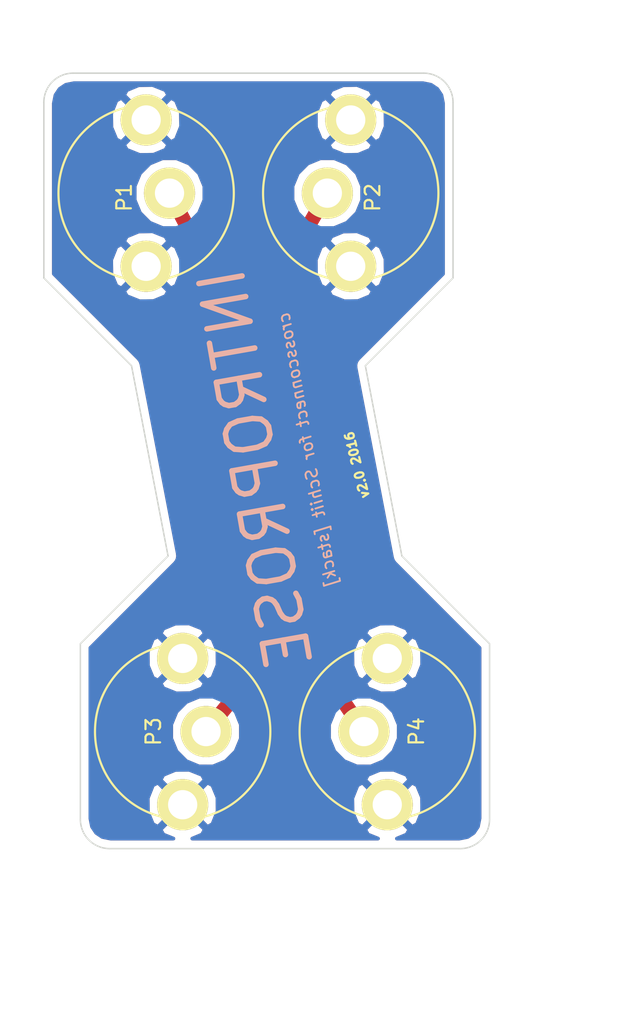
<source format=kicad_pcb>
(kicad_pcb (version 4) (host pcbnew 4.0.1-stable)

  (general
    (links 9)
    (no_connects 0)
    (area 115.449999 69.949999 146.050001 123.050001)
    (thickness 1.6)
    (drawings 20)
    (tracks 9)
    (zones 0)
    (modules 4)
    (nets 4)
  )

  (page A4)
  (layers
    (0 F.Cu signal)
    (31 B.Cu signal)
    (32 B.Adhes user)
    (33 F.Adhes user)
    (34 B.Paste user)
    (35 F.Paste user)
    (36 B.SilkS user)
    (37 F.SilkS user)
    (38 B.Mask user)
    (39 F.Mask user)
    (40 Dwgs.User user)
    (41 Cmts.User user)
    (42 Eco1.User user)
    (43 Eco2.User user)
    (44 Edge.Cuts user)
    (45 Margin user)
    (46 B.CrtYd user)
    (47 F.CrtYd user)
    (48 B.Fab user)
    (49 F.Fab user)
  )

  (setup
    (last_trace_width 1)
    (user_trace_width 0.25)
    (user_trace_width 1)
    (trace_clearance 0.2)
    (zone_clearance 0.508)
    (zone_45_only no)
    (trace_min 0.2)
    (segment_width 0.2)
    (edge_width 0.1)
    (via_size 0.6)
    (via_drill 0.4)
    (via_min_size 0.4)
    (via_min_drill 0.3)
    (uvia_size 0.3)
    (uvia_drill 0.1)
    (uvias_allowed no)
    (uvia_min_size 0.2)
    (uvia_min_drill 0.1)
    (pcb_text_width 0.3)
    (pcb_text_size 1.5 1.5)
    (mod_edge_width 0.15)
    (mod_text_size 1 1)
    (mod_text_width 0.15)
    (pad_size 1.5 1.5)
    (pad_drill 0.6)
    (pad_to_mask_clearance 0)
    (aux_axis_origin 0 0)
    (visible_elements FFFFFF7F)
    (pcbplotparams
      (layerselection 0x010f0_80000001)
      (usegerberextensions true)
      (excludeedgelayer true)
      (linewidth 0.100000)
      (plotframeref false)
      (viasonmask false)
      (mode 1)
      (useauxorigin false)
      (hpglpennumber 1)
      (hpglpenspeed 20)
      (hpglpendiameter 15)
      (hpglpenoverlay 2)
      (psnegative false)
      (psa4output false)
      (plotreference true)
      (plotvalue true)
      (plotinvisibletext false)
      (padsonsilk false)
      (subtractmaskfromsilk false)
      (outputformat 1)
      (mirror false)
      (drillshape 0)
      (scaleselection 1)
      (outputdirectory gerber/))
  )

  (net 0 "")
  (net 1 GND)
  (net 2 /A)
  (net 3 /B)

  (net_class Default "This is the default net class."
    (clearance 0.2)
    (trace_width 0.25)
    (via_dia 0.6)
    (via_drill 0.4)
    (uvia_dia 0.3)
    (uvia_drill 0.1)
    (add_net /A)
    (add_net /B)
    (add_net GND)
  )

  (net_class phat ""
    (clearance 0.2)
    (trace_width 1)
    (via_dia 0.6)
    (via_drill 0.4)
    (uvia_dia 0.3)
    (uvia_drill 0.1)
  )

  (module footprints:bnc_pcb (layer F.Cu) (tedit 56088052) (tstamp 560887C2)
    (at 139 115 90)
    (path /56086B9A)
    (fp_text reference P4 (at 0 2 90) (layer F.SilkS)
      (effects (font (size 1 1) (thickness 0.15)))
    )
    (fp_text value "" (at 0 5 90) (layer F.Fab)
      (effects (font (size 1 1) (thickness 0.15)))
    )
    (fp_circle (center 0 0) (end 6 0) (layer F.SilkS) (width 0.15))
    (pad 1 thru_hole circle (at 0 -1.6 90) (size 3.5 3.5) (drill 2) (layers *.Cu *.Mask F.SilkS)
      (net 3 /B))
    (pad 2 thru_hole circle (at -5 0 90) (size 3.5 3.5) (drill 2) (layers *.Cu *.Mask F.SilkS)
      (net 1 GND))
    (pad 2 thru_hole circle (at 5 0 90) (size 3.5 3.5) (drill 2) (layers *.Cu *.Mask F.SilkS)
      (net 1 GND))
  )

  (module footprints:bnc_pcb (layer F.Cu) (tedit 5608804A) (tstamp 560887BA)
    (at 125 115 270)
    (path /56086B74)
    (fp_text reference P3 (at 0 2 450) (layer F.SilkS)
      (effects (font (size 1 1) (thickness 0.15)))
    )
    (fp_text value "" (at 0 5 270) (layer F.Fab)
      (effects (font (size 1 1) (thickness 0.15)))
    )
    (fp_circle (center 0 0) (end 6 0) (layer F.SilkS) (width 0.15))
    (pad 1 thru_hole circle (at 0 -1.6 270) (size 3.5 3.5) (drill 2) (layers *.Cu *.Mask F.SilkS)
      (net 2 /A))
    (pad 2 thru_hole circle (at -5 0 270) (size 3.5 3.5) (drill 2) (layers *.Cu *.Mask F.SilkS)
      (net 1 GND))
    (pad 2 thru_hole circle (at 5 0 270) (size 3.5 3.5) (drill 2) (layers *.Cu *.Mask F.SilkS)
      (net 1 GND))
  )

  (module footprints:bnc_pcb (layer F.Cu) (tedit 5608803A) (tstamp 560887B2)
    (at 136.5 78.2 90)
    (path /56086B47)
    (fp_text reference P2 (at -0.3 1.5 90) (layer F.SilkS)
      (effects (font (size 1 1) (thickness 0.15)))
    )
    (fp_text value "" (at -0.8 8 90) (layer F.Fab)
      (effects (font (size 1 1) (thickness 0.15)))
    )
    (fp_circle (center 0 0) (end 6 0) (layer F.SilkS) (width 0.15))
    (pad 1 thru_hole circle (at 0 -1.6 90) (size 3.5 3.5) (drill 2) (layers *.Cu *.Mask F.SilkS)
      (net 3 /B))
    (pad 2 thru_hole circle (at -5 0 90) (size 3.5 3.5) (drill 2) (layers *.Cu *.Mask F.SilkS)
      (net 1 GND))
    (pad 2 thru_hole circle (at 5 0 90) (size 3.5 3.5) (drill 2) (layers *.Cu *.Mask F.SilkS)
      (net 1 GND))
  )

  (module bnc_pcb (layer F.Cu) (tedit 56088042) (tstamp 560887AA)
    (at 122.5 78.2 270)
    (path /56086B19)
    (fp_text reference P1 (at 0.3 1.5 270) (layer F.SilkS)
      (effects (font (size 1 1) (thickness 0.15)))
    )
    (fp_text value "" (at 0 5 270) (layer F.Fab)
      (effects (font (size 1 1) (thickness 0.15)))
    )
    (fp_circle (center 0 0) (end 6 0) (layer F.SilkS) (width 0.15))
    (pad 1 thru_hole circle (at 0 -1.6 270) (size 3.5 3.5) (drill 2) (layers *.Cu *.Mask F.SilkS)
      (net 2 /A))
    (pad 2 thru_hole circle (at -5 0 270) (size 3.5 3.5) (drill 2) (layers *.Cu *.Mask F.SilkS)
      (net 1 GND))
    (pad 2 thru_hole circle (at 5 0 270) (size 3.5 3.5) (drill 2) (layers *.Cu *.Mask F.SilkS)
      (net 1 GND))
  )

  (gr_line (start 121.5 90) (end 124 103) (angle 90) (layer Edge.Cuts) (width 0.1))
  (gr_line (start 137.5 90) (end 140 103) (angle 90) (layer Edge.Cuts) (width 0.1))
  (gr_line (start 124 103) (end 123.99 103) (angle 90) (layer Edge.Cuts) (width 0.1))
  (gr_line (start 118 109) (end 124 103) (angle 90) (layer Edge.Cuts) (width 0.1))
  (gr_text "v2.0 2016" (at 136.93 96.77 104) (layer F.SilkS)
    (effects (font (size 0.6 0.6) (thickness 0.15)))
  )
  (gr_text "crossconnect for Schiit [stack]" (at 133.54 95.71 100) (layer B.SilkS)
    (effects (font (size 0.8 0.8) (thickness 0.125) italic) (justify mirror))
  )
  (gr_text INTROPROSE (at 130 97.04 100) (layer B.SilkS)
    (effects (font (size 3 3) (thickness 0.375)) (justify mirror))
  )
  (gr_line (start 118 121) (end 118 109) (angle 90) (layer Edge.Cuts) (width 0.1))
  (gr_line (start 146 109) (end 146 121) (angle 90) (layer Edge.Cuts) (width 0.1))
  (gr_line (start 140 103) (end 146 109) (angle 90) (layer Edge.Cuts) (width 0.1))
  (gr_line (start 143.5 84) (end 137.5 90) (angle 90) (layer Edge.Cuts) (width 0.1))
  (gr_line (start 143.5 72) (end 143.5 84) (angle 90) (layer Edge.Cuts) (width 0.1))
  (gr_line (start 115.5 84) (end 121.5 90) (angle 90) (layer Edge.Cuts) (width 0.1))
  (gr_line (start 115.5 72) (end 115.5 84) (angle 90) (layer Edge.Cuts) (width 0.1))
  (gr_line (start 117.5 70) (end 141.5 70) (angle 90) (layer Edge.Cuts) (width 0.1))
  (gr_line (start 120 123) (end 144 123) (angle 90) (layer Edge.Cuts) (width 0.1))
  (gr_arc (start 144 121) (end 146 121) (angle 90) (layer Edge.Cuts) (width 0.1))
  (gr_arc (start 120 121) (end 120 123) (angle 90) (layer Edge.Cuts) (width 0.1))
  (gr_arc (start 141.5 72) (end 141.5 70) (angle 90) (layer Edge.Cuts) (width 0.1))
  (gr_arc (start 117.5 72) (end 115.5 72) (angle 90) (layer Edge.Cuts) (width 0.1))

  (segment (start 124.1 78.2) (end 125.62 81.08) (width 1) (layer F.Cu) (net 2) (tstamp 571F2B08) (status 400000))
  (segment (start 130.09 110.7) (end 126.6 115) (width 1) (layer F.Cu) (net 2) (tstamp 571F2B16) (status 800000))
  (segment (start 125.62 81.08) (end 130.09 110.7) (width 1) (layer F.Cu) (net 2) (tstamp 571F2B0A))
  (segment (start 124.1 78.2) (end 124.1 78.6) (width 1) (layer F.Cu) (net 2))
  (segment (start 134.9 78.2) (end 130.76 85.38) (width 1) (layer F.Cu) (net 3) (tstamp 571F2B49) (status 400000))
  (segment (start 130.76 85.38) (end 135.01 111.48) (width 1) (layer F.Cu) (net 3) (tstamp 571F2B4E))
  (segment (start 135.01 111.48) (end 137.4 115) (width 1) (layer F.Cu) (net 3) (tstamp 571F2B50) (status 800000))
  (segment (start 130.76 85.38) (end 135.01 111.48) (width 1) (layer F.Cu) (net 3) (tstamp 571F2B39))
  (segment (start 134.9 78.2) (end 134.9 78.6) (width 1) (layer F.Cu) (net 3))

  (zone (net 1) (net_name GND) (layer B.Cu) (tstamp 5608848C) (hatch edge 0.508)
    (connect_pads (clearance 0.508))
    (min_thickness 0.254)
    (fill yes (arc_segments 16) (thermal_gap 0.508) (thermal_bridge_width 0.508))
    (polygon
      (pts
        (xy 151 128) (xy 114 128) (xy 115 68) (xy 151 68)
      )
    )
    (filled_polygon
      (pts
        (xy 141.998094 70.797497) (xy 142.420357 71.079643) (xy 142.702503 71.501906) (xy 142.815 72.067466) (xy 142.815 83.716264)
        (xy 137.015632 89.515632) (xy 136.979349 89.569933) (xy 136.932876 89.615819) (xy 136.905823 89.679973) (xy 136.867143 89.737862)
        (xy 136.854402 89.801914) (xy 136.829026 89.862092) (xy 136.828583 89.931714) (xy 136.815 90) (xy 136.827741 90.064055)
        (xy 136.827326 90.12936) (xy 139.327326 103.12936) (xy 139.35356 103.193852) (xy 139.367143 103.262138) (xy 139.403426 103.31644)
        (xy 139.428034 103.376934) (xy 139.476951 103.426477) (xy 139.515632 103.484368) (xy 145.315 109.283736) (xy 145.315 120.932534)
        (xy 145.202503 121.498094) (xy 144.920357 121.920357) (xy 144.498094 122.202503) (xy 143.932533 122.315) (xy 139.658966 122.315)
        (xy 140.324636 122.039271) (xy 140.514923 121.694528) (xy 139 120.179605) (xy 137.485077 121.694528) (xy 137.675364 122.039271)
        (xy 138.366266 122.315) (xy 125.658966 122.315) (xy 126.324636 122.039271) (xy 126.514923 121.694528) (xy 125 120.179605)
        (xy 123.485077 121.694528) (xy 123.675364 122.039271) (xy 124.366266 122.315) (xy 120.067466 122.315) (xy 119.501906 122.202503)
        (xy 119.079643 121.920357) (xy 118.797497 121.498094) (xy 118.685 120.932533) (xy 118.685 119.556591) (xy 122.609044 119.556591)
        (xy 122.621359 120.505323) (xy 122.960729 121.324636) (xy 123.305472 121.514923) (xy 124.820395 120) (xy 125.179605 120)
        (xy 126.694528 121.514923) (xy 127.039271 121.324636) (xy 127.390956 120.443409) (xy 127.379445 119.556591) (xy 136.609044 119.556591)
        (xy 136.621359 120.505323) (xy 136.960729 121.324636) (xy 137.305472 121.514923) (xy 138.820395 120) (xy 139.179605 120)
        (xy 140.694528 121.514923) (xy 141.039271 121.324636) (xy 141.390956 120.443409) (xy 141.378641 119.494677) (xy 141.039271 118.675364)
        (xy 140.694528 118.485077) (xy 139.179605 120) (xy 138.820395 120) (xy 137.305472 118.485077) (xy 136.960729 118.675364)
        (xy 136.609044 119.556591) (xy 127.379445 119.556591) (xy 127.378641 119.494677) (xy 127.039271 118.675364) (xy 126.694528 118.485077)
        (xy 125.179605 120) (xy 124.820395 120) (xy 123.305472 118.485077) (xy 122.960729 118.675364) (xy 122.609044 119.556591)
        (xy 118.685 119.556591) (xy 118.685 118.305472) (xy 123.485077 118.305472) (xy 125 119.820395) (xy 126.514923 118.305472)
        (xy 137.485077 118.305472) (xy 139 119.820395) (xy 140.514923 118.305472) (xy 140.324636 117.960729) (xy 139.443409 117.609044)
        (xy 138.494677 117.621359) (xy 137.675364 117.960729) (xy 137.485077 118.305472) (xy 126.514923 118.305472) (xy 126.324636 117.960729)
        (xy 125.443409 117.609044) (xy 124.494677 117.621359) (xy 123.675364 117.960729) (xy 123.485077 118.305472) (xy 118.685 118.305472)
        (xy 118.685 115.472325) (xy 124.214587 115.472325) (xy 124.576916 116.349229) (xy 125.247242 117.020726) (xy 126.123513 117.384585)
        (xy 127.072325 117.385413) (xy 127.949229 117.023084) (xy 128.620726 116.352758) (xy 128.984585 115.476487) (xy 128.984588 115.472325)
        (xy 135.014587 115.472325) (xy 135.376916 116.349229) (xy 136.047242 117.020726) (xy 136.923513 117.384585) (xy 137.872325 117.385413)
        (xy 138.749229 117.023084) (xy 139.420726 116.352758) (xy 139.784585 115.476487) (xy 139.785413 114.527675) (xy 139.423084 113.650771)
        (xy 138.752758 112.979274) (xy 137.876487 112.615415) (xy 136.927675 112.614587) (xy 136.050771 112.976916) (xy 135.379274 113.647242)
        (xy 135.015415 114.523513) (xy 135.014587 115.472325) (xy 128.984588 115.472325) (xy 128.985413 114.527675) (xy 128.623084 113.650771)
        (xy 127.952758 112.979274) (xy 127.076487 112.615415) (xy 126.127675 112.614587) (xy 125.250771 112.976916) (xy 124.579274 113.647242)
        (xy 124.215415 114.523513) (xy 124.214587 115.472325) (xy 118.685 115.472325) (xy 118.685 111.694528) (xy 123.485077 111.694528)
        (xy 123.675364 112.039271) (xy 124.556591 112.390956) (xy 125.505323 112.378641) (xy 126.324636 112.039271) (xy 126.514923 111.694528)
        (xy 137.485077 111.694528) (xy 137.675364 112.039271) (xy 138.556591 112.390956) (xy 139.505323 112.378641) (xy 140.324636 112.039271)
        (xy 140.514923 111.694528) (xy 139 110.179605) (xy 137.485077 111.694528) (xy 126.514923 111.694528) (xy 125 110.179605)
        (xy 123.485077 111.694528) (xy 118.685 111.694528) (xy 118.685 109.556591) (xy 122.609044 109.556591) (xy 122.621359 110.505323)
        (xy 122.960729 111.324636) (xy 123.305472 111.514923) (xy 124.820395 110) (xy 125.179605 110) (xy 126.694528 111.514923)
        (xy 127.039271 111.324636) (xy 127.390956 110.443409) (xy 127.379445 109.556591) (xy 136.609044 109.556591) (xy 136.621359 110.505323)
        (xy 136.960729 111.324636) (xy 137.305472 111.514923) (xy 138.820395 110) (xy 139.179605 110) (xy 140.694528 111.514923)
        (xy 141.039271 111.324636) (xy 141.390956 110.443409) (xy 141.378641 109.494677) (xy 141.039271 108.675364) (xy 140.694528 108.485077)
        (xy 139.179605 110) (xy 138.820395 110) (xy 137.305472 108.485077) (xy 136.960729 108.675364) (xy 136.609044 109.556591)
        (xy 127.379445 109.556591) (xy 127.378641 109.494677) (xy 127.039271 108.675364) (xy 126.694528 108.485077) (xy 125.179605 110)
        (xy 124.820395 110) (xy 123.305472 108.485077) (xy 122.960729 108.675364) (xy 122.609044 109.556591) (xy 118.685 109.556591)
        (xy 118.685 109.283736) (xy 119.663264 108.305472) (xy 123.485077 108.305472) (xy 125 109.820395) (xy 126.514923 108.305472)
        (xy 137.485077 108.305472) (xy 139 109.820395) (xy 140.514923 108.305472) (xy 140.324636 107.960729) (xy 139.443409 107.609044)
        (xy 138.494677 107.621359) (xy 137.675364 107.960729) (xy 137.485077 108.305472) (xy 126.514923 108.305472) (xy 126.324636 107.960729)
        (xy 125.443409 107.609044) (xy 124.494677 107.621359) (xy 123.675364 107.960729) (xy 123.485077 108.305472) (xy 119.663264 108.305472)
        (xy 124.484368 103.484368) (xy 124.520651 103.430066) (xy 124.567124 103.384181) (xy 124.594177 103.320027) (xy 124.632857 103.262138)
        (xy 124.645598 103.198086) (xy 124.670974 103.137908) (xy 124.671417 103.068287) (xy 124.685 103) (xy 124.672259 102.935945)
        (xy 124.672674 102.870639) (xy 122.172674 89.87064) (xy 122.14644 89.806148) (xy 122.132857 89.737862) (xy 122.096575 89.683561)
        (xy 122.071966 89.623065) (xy 122.023048 89.573521) (xy 121.984368 89.515632) (xy 117.363264 84.894528) (xy 120.985077 84.894528)
        (xy 121.175364 85.239271) (xy 122.056591 85.590956) (xy 123.005323 85.578641) (xy 123.824636 85.239271) (xy 124.014923 84.894528)
        (xy 134.985077 84.894528) (xy 135.175364 85.239271) (xy 136.056591 85.590956) (xy 137.005323 85.578641) (xy 137.824636 85.239271)
        (xy 138.014923 84.894528) (xy 136.5 83.379605) (xy 134.985077 84.894528) (xy 124.014923 84.894528) (xy 122.5 83.379605)
        (xy 120.985077 84.894528) (xy 117.363264 84.894528) (xy 116.185 83.716264) (xy 116.185 82.756591) (xy 120.109044 82.756591)
        (xy 120.121359 83.705323) (xy 120.460729 84.524636) (xy 120.805472 84.714923) (xy 122.320395 83.2) (xy 122.679605 83.2)
        (xy 124.194528 84.714923) (xy 124.539271 84.524636) (xy 124.890956 83.643409) (xy 124.879445 82.756591) (xy 134.109044 82.756591)
        (xy 134.121359 83.705323) (xy 134.460729 84.524636) (xy 134.805472 84.714923) (xy 136.320395 83.2) (xy 136.679605 83.2)
        (xy 138.194528 84.714923) (xy 138.539271 84.524636) (xy 138.890956 83.643409) (xy 138.878641 82.694677) (xy 138.539271 81.875364)
        (xy 138.194528 81.685077) (xy 136.679605 83.2) (xy 136.320395 83.2) (xy 134.805472 81.685077) (xy 134.460729 81.875364)
        (xy 134.109044 82.756591) (xy 124.879445 82.756591) (xy 124.878641 82.694677) (xy 124.539271 81.875364) (xy 124.194528 81.685077)
        (xy 122.679605 83.2) (xy 122.320395 83.2) (xy 120.805472 81.685077) (xy 120.460729 81.875364) (xy 120.109044 82.756591)
        (xy 116.185 82.756591) (xy 116.185 81.505472) (xy 120.985077 81.505472) (xy 122.5 83.020395) (xy 124.014923 81.505472)
        (xy 134.985077 81.505472) (xy 136.5 83.020395) (xy 138.014923 81.505472) (xy 137.824636 81.160729) (xy 136.943409 80.809044)
        (xy 135.994677 80.821359) (xy 135.175364 81.160729) (xy 134.985077 81.505472) (xy 124.014923 81.505472) (xy 123.824636 81.160729)
        (xy 122.943409 80.809044) (xy 121.994677 80.821359) (xy 121.175364 81.160729) (xy 120.985077 81.505472) (xy 116.185 81.505472)
        (xy 116.185 78.672325) (xy 121.714587 78.672325) (xy 122.076916 79.549229) (xy 122.747242 80.220726) (xy 123.623513 80.584585)
        (xy 124.572325 80.585413) (xy 125.449229 80.223084) (xy 126.120726 79.552758) (xy 126.484585 78.676487) (xy 126.484588 78.672325)
        (xy 132.514587 78.672325) (xy 132.876916 79.549229) (xy 133.547242 80.220726) (xy 134.423513 80.584585) (xy 135.372325 80.585413)
        (xy 136.249229 80.223084) (xy 136.920726 79.552758) (xy 137.284585 78.676487) (xy 137.285413 77.727675) (xy 136.923084 76.850771)
        (xy 136.252758 76.179274) (xy 135.376487 75.815415) (xy 134.427675 75.814587) (xy 133.550771 76.176916) (xy 132.879274 76.847242)
        (xy 132.515415 77.723513) (xy 132.514587 78.672325) (xy 126.484588 78.672325) (xy 126.485413 77.727675) (xy 126.123084 76.850771)
        (xy 125.452758 76.179274) (xy 124.576487 75.815415) (xy 123.627675 75.814587) (xy 122.750771 76.176916) (xy 122.079274 76.847242)
        (xy 121.715415 77.723513) (xy 121.714587 78.672325) (xy 116.185 78.672325) (xy 116.185 74.894528) (xy 120.985077 74.894528)
        (xy 121.175364 75.239271) (xy 122.056591 75.590956) (xy 123.005323 75.578641) (xy 123.824636 75.239271) (xy 124.014923 74.894528)
        (xy 134.985077 74.894528) (xy 135.175364 75.239271) (xy 136.056591 75.590956) (xy 137.005323 75.578641) (xy 137.824636 75.239271)
        (xy 138.014923 74.894528) (xy 136.5 73.379605) (xy 134.985077 74.894528) (xy 124.014923 74.894528) (xy 122.5 73.379605)
        (xy 120.985077 74.894528) (xy 116.185 74.894528) (xy 116.185 72.756591) (xy 120.109044 72.756591) (xy 120.121359 73.705323)
        (xy 120.460729 74.524636) (xy 120.805472 74.714923) (xy 122.320395 73.2) (xy 122.679605 73.2) (xy 124.194528 74.714923)
        (xy 124.539271 74.524636) (xy 124.890956 73.643409) (xy 124.879445 72.756591) (xy 134.109044 72.756591) (xy 134.121359 73.705323)
        (xy 134.460729 74.524636) (xy 134.805472 74.714923) (xy 136.320395 73.2) (xy 136.679605 73.2) (xy 138.194528 74.714923)
        (xy 138.539271 74.524636) (xy 138.890956 73.643409) (xy 138.878641 72.694677) (xy 138.539271 71.875364) (xy 138.194528 71.685077)
        (xy 136.679605 73.2) (xy 136.320395 73.2) (xy 134.805472 71.685077) (xy 134.460729 71.875364) (xy 134.109044 72.756591)
        (xy 124.879445 72.756591) (xy 124.878641 72.694677) (xy 124.539271 71.875364) (xy 124.194528 71.685077) (xy 122.679605 73.2)
        (xy 122.320395 73.2) (xy 120.805472 71.685077) (xy 120.460729 71.875364) (xy 120.109044 72.756591) (xy 116.185 72.756591)
        (xy 116.185 72.067467) (xy 116.296787 71.505472) (xy 120.985077 71.505472) (xy 122.5 73.020395) (xy 124.014923 71.505472)
        (xy 134.985077 71.505472) (xy 136.5 73.020395) (xy 138.014923 71.505472) (xy 137.824636 71.160729) (xy 136.943409 70.809044)
        (xy 135.994677 70.821359) (xy 135.175364 71.160729) (xy 134.985077 71.505472) (xy 124.014923 71.505472) (xy 123.824636 71.160729)
        (xy 122.943409 70.809044) (xy 121.994677 70.821359) (xy 121.175364 71.160729) (xy 120.985077 71.505472) (xy 116.296787 71.505472)
        (xy 116.297497 71.501906) (xy 116.579643 71.079643) (xy 117.001906 70.797497) (xy 117.567466 70.685) (xy 141.432533 70.685)
      )
    )
  )
  (zone (net 1) (net_name GND) (layer F.Cu) (tstamp 571F285B) (hatch edge 0.508)
    (connect_pads (clearance 0.508))
    (min_thickness 0.254)
    (fill yes (arc_segments 16) (thermal_gap 0.508) (thermal_bridge_width 0.508))
    (polygon
      (pts
        (xy 112.5 67.5) (xy 112.5 135) (xy 155 135) (xy 155 65) (xy 112.5 65)
        (xy 112.5 67.5)
      )
    )
    (filled_polygon
      (pts
        (xy 141.998094 70.797497) (xy 142.420357 71.079643) (xy 142.702503 71.501906) (xy 142.815 72.067466) (xy 142.815 83.716264)
        (xy 137.015632 89.515632) (xy 136.979349 89.569933) (xy 136.932876 89.615819) (xy 136.905823 89.679973) (xy 136.867143 89.737862)
        (xy 136.854402 89.801914) (xy 136.829026 89.862092) (xy 136.828583 89.931714) (xy 136.815 90) (xy 136.827741 90.064055)
        (xy 136.827326 90.12936) (xy 139.327326 103.12936) (xy 139.35356 103.193852) (xy 139.367143 103.262138) (xy 139.403426 103.31644)
        (xy 139.428034 103.376934) (xy 139.476951 103.426477) (xy 139.515632 103.484368) (xy 145.315 109.283736) (xy 145.315 120.932534)
        (xy 145.202503 121.498094) (xy 144.920357 121.920357) (xy 144.498094 122.202503) (xy 143.932533 122.315) (xy 139.658966 122.315)
        (xy 140.324636 122.039271) (xy 140.514923 121.694528) (xy 139 120.179605) (xy 137.485077 121.694528) (xy 137.675364 122.039271)
        (xy 138.366266 122.315) (xy 125.658966 122.315) (xy 126.324636 122.039271) (xy 126.514923 121.694528) (xy 125 120.179605)
        (xy 123.485077 121.694528) (xy 123.675364 122.039271) (xy 124.366266 122.315) (xy 120.067466 122.315) (xy 119.501906 122.202503)
        (xy 119.079643 121.920357) (xy 118.797497 121.498094) (xy 118.685 120.932533) (xy 118.685 119.556591) (xy 122.609044 119.556591)
        (xy 122.621359 120.505323) (xy 122.960729 121.324636) (xy 123.305472 121.514923) (xy 124.820395 120) (xy 125.179605 120)
        (xy 126.694528 121.514923) (xy 127.039271 121.324636) (xy 127.390956 120.443409) (xy 127.379445 119.556591) (xy 136.609044 119.556591)
        (xy 136.621359 120.505323) (xy 136.960729 121.324636) (xy 137.305472 121.514923) (xy 138.820395 120) (xy 139.179605 120)
        (xy 140.694528 121.514923) (xy 141.039271 121.324636) (xy 141.390956 120.443409) (xy 141.378641 119.494677) (xy 141.039271 118.675364)
        (xy 140.694528 118.485077) (xy 139.179605 120) (xy 138.820395 120) (xy 137.305472 118.485077) (xy 136.960729 118.675364)
        (xy 136.609044 119.556591) (xy 127.379445 119.556591) (xy 127.378641 119.494677) (xy 127.039271 118.675364) (xy 126.694528 118.485077)
        (xy 125.179605 120) (xy 124.820395 120) (xy 123.305472 118.485077) (xy 122.960729 118.675364) (xy 122.609044 119.556591)
        (xy 118.685 119.556591) (xy 118.685 118.305472) (xy 123.485077 118.305472) (xy 125 119.820395) (xy 126.514923 118.305472)
        (xy 137.485077 118.305472) (xy 139 119.820395) (xy 140.514923 118.305472) (xy 140.324636 117.960729) (xy 139.443409 117.609044)
        (xy 138.494677 117.621359) (xy 137.675364 117.960729) (xy 137.485077 118.305472) (xy 126.514923 118.305472) (xy 126.324636 117.960729)
        (xy 125.443409 117.609044) (xy 124.494677 117.621359) (xy 123.675364 117.960729) (xy 123.485077 118.305472) (xy 118.685 118.305472)
        (xy 118.685 111.694528) (xy 123.485077 111.694528) (xy 123.675364 112.039271) (xy 124.556591 112.390956) (xy 125.505323 112.378641)
        (xy 126.324636 112.039271) (xy 126.514923 111.694528) (xy 125 110.179605) (xy 123.485077 111.694528) (xy 118.685 111.694528)
        (xy 118.685 109.556591) (xy 122.609044 109.556591) (xy 122.621359 110.505323) (xy 122.960729 111.324636) (xy 123.305472 111.514923)
        (xy 124.820395 110) (xy 125.179605 110) (xy 126.694528 111.514923) (xy 127.039271 111.324636) (xy 127.390956 110.443409)
        (xy 127.378641 109.494677) (xy 127.039271 108.675364) (xy 126.694528 108.485077) (xy 125.179605 110) (xy 124.820395 110)
        (xy 123.305472 108.485077) (xy 122.960729 108.675364) (xy 122.609044 109.556591) (xy 118.685 109.556591) (xy 118.685 109.283736)
        (xy 119.663264 108.305472) (xy 123.485077 108.305472) (xy 125 109.820395) (xy 126.514923 108.305472) (xy 126.324636 107.960729)
        (xy 125.443409 107.609044) (xy 124.494677 107.621359) (xy 123.675364 107.960729) (xy 123.485077 108.305472) (xy 119.663264 108.305472)
        (xy 124.484368 103.484368) (xy 124.520651 103.430066) (xy 124.567124 103.384181) (xy 124.594177 103.320027) (xy 124.632857 103.262138)
        (xy 124.645598 103.198086) (xy 124.670974 103.137908) (xy 124.671417 103.068287) (xy 124.685 103) (xy 124.672259 102.935945)
        (xy 124.672674 102.870639) (xy 122.172674 89.87064) (xy 122.14644 89.806148) (xy 122.132857 89.737862) (xy 122.096575 89.683561)
        (xy 122.071966 89.623065) (xy 122.023048 89.573521) (xy 121.984368 89.515632) (xy 117.363264 84.894528) (xy 120.985077 84.894528)
        (xy 121.175364 85.239271) (xy 122.056591 85.590956) (xy 123.005323 85.578641) (xy 123.824636 85.239271) (xy 124.014923 84.894528)
        (xy 122.5 83.379605) (xy 120.985077 84.894528) (xy 117.363264 84.894528) (xy 116.185 83.716264) (xy 116.185 82.756591)
        (xy 120.109044 82.756591) (xy 120.121359 83.705323) (xy 120.460729 84.524636) (xy 120.805472 84.714923) (xy 122.320395 83.2)
        (xy 120.805472 81.685077) (xy 120.460729 81.875364) (xy 120.109044 82.756591) (xy 116.185 82.756591) (xy 116.185 81.505472)
        (xy 120.985077 81.505472) (xy 122.5 83.020395) (xy 124.014923 81.505472) (xy 123.824636 81.160729) (xy 122.943409 80.809044)
        (xy 121.994677 80.821359) (xy 121.175364 81.160729) (xy 120.985077 81.505472) (xy 116.185 81.505472) (xy 116.185 78.672325)
        (xy 121.714587 78.672325) (xy 122.076916 79.549229) (xy 122.747242 80.220726) (xy 123.623513 80.584585) (xy 124.075361 80.584979)
        (xy 124.526419 81.439615) (xy 124.622502 82.076302) (xy 124.539271 81.875364) (xy 124.194528 81.685077) (xy 122.679605 83.2)
        (xy 124.194528 84.714923) (xy 124.539271 84.524636) (xy 124.867766 83.701517) (xy 128.892928 110.373843) (xy 127.073608 112.615412)
        (xy 126.127675 112.614587) (xy 125.250771 112.976916) (xy 124.579274 113.647242) (xy 124.215415 114.523513) (xy 124.214587 115.472325)
        (xy 124.576916 116.349229) (xy 125.247242 117.020726) (xy 126.123513 117.384585) (xy 127.072325 117.385413) (xy 127.949229 117.023084)
        (xy 128.620726 116.352758) (xy 128.984585 115.476487) (xy 128.985413 114.527675) (xy 128.803153 114.086572) (xy 130.971265 111.41526)
        (xy 130.983677 111.391731) (xy 131.003341 111.373819) (xy 131.086573 111.196686) (xy 131.177901 111.023568) (xy 131.180365 110.997081)
        (xy 131.191676 110.973008) (xy 131.200787 110.7775) (xy 131.218913 110.582616) (xy 131.211054 110.557205) (xy 131.212292 110.530633)
        (xy 127.39451 85.232485) (xy 129.634627 85.232485) (xy 129.645524 85.397321) (xy 129.639755 85.562415) (xy 133.889755 111.662415)
        (xy 133.898303 111.685279) (xy 133.898484 111.70969) (xy 133.975557 111.891921) (xy 134.044836 112.077229) (xy 134.061483 112.095081)
        (xy 134.070992 112.117565) (xy 135.27694 113.89369) (xy 135.015415 114.523513) (xy 135.014587 115.472325) (xy 135.376916 116.349229)
        (xy 136.047242 117.020726) (xy 136.923513 117.384585) (xy 137.872325 117.385413) (xy 138.749229 117.023084) (xy 139.420726 116.352758)
        (xy 139.784585 115.476487) (xy 139.785413 114.527675) (xy 139.423084 113.650771) (xy 138.752758 112.979274) (xy 137.876487 112.615415)
        (xy 137.152392 112.614783) (xy 136.52756 111.694528) (xy 137.485077 111.694528) (xy 137.675364 112.039271) (xy 138.556591 112.390956)
        (xy 139.505323 112.378641) (xy 140.324636 112.039271) (xy 140.514923 111.694528) (xy 139 110.179605) (xy 137.485077 111.694528)
        (xy 136.52756 111.694528) (xy 136.089926 111.04998) (xy 135.84675 109.556591) (xy 136.609044 109.556591) (xy 136.621359 110.505323)
        (xy 136.960729 111.324636) (xy 137.305472 111.514923) (xy 138.820395 110) (xy 139.179605 110) (xy 140.694528 111.514923)
        (xy 141.039271 111.324636) (xy 141.390956 110.443409) (xy 141.378641 109.494677) (xy 141.039271 108.675364) (xy 140.694528 108.485077)
        (xy 139.179605 110) (xy 138.820395 110) (xy 137.305472 108.485077) (xy 136.960729 108.675364) (xy 136.609044 109.556591)
        (xy 135.84675 109.556591) (xy 135.643024 108.305472) (xy 137.485077 108.305472) (xy 139 109.820395) (xy 140.514923 108.305472)
        (xy 140.324636 107.960729) (xy 139.443409 107.609044) (xy 138.494677 107.621359) (xy 137.675364 107.960729) (xy 137.485077 108.305472)
        (xy 135.643024 108.305472) (xy 131.94523 85.596667) (xy 132.350084 84.894528) (xy 134.985077 84.894528) (xy 135.175364 85.239271)
        (xy 136.056591 85.590956) (xy 137.005323 85.578641) (xy 137.824636 85.239271) (xy 138.014923 84.894528) (xy 136.5 83.379605)
        (xy 134.985077 84.894528) (xy 132.350084 84.894528) (xy 133.582822 82.756591) (xy 134.109044 82.756591) (xy 134.121359 83.705323)
        (xy 134.460729 84.524636) (xy 134.805472 84.714923) (xy 136.320395 83.2) (xy 136.679605 83.2) (xy 138.194528 84.714923)
        (xy 138.539271 84.524636) (xy 138.890956 83.643409) (xy 138.878641 82.694677) (xy 138.539271 81.875364) (xy 138.194528 81.685077)
        (xy 136.679605 83.2) (xy 136.320395 83.2) (xy 134.805472 81.685077) (xy 134.460729 81.875364) (xy 134.109044 82.756591)
        (xy 133.582822 82.756591) (xy 134.304219 81.505472) (xy 134.985077 81.505472) (xy 136.5 83.020395) (xy 138.014923 81.505472)
        (xy 137.824636 81.160729) (xy 136.943409 80.809044) (xy 135.994677 80.821359) (xy 135.175364 81.160729) (xy 134.985077 81.505472)
        (xy 134.304219 81.505472) (xy 134.834998 80.584944) (xy 135.372325 80.585413) (xy 136.249229 80.223084) (xy 136.920726 79.552758)
        (xy 137.284585 78.676487) (xy 137.285413 77.727675) (xy 136.923084 76.850771) (xy 136.252758 76.179274) (xy 135.376487 75.815415)
        (xy 134.427675 75.814587) (xy 133.550771 76.176916) (xy 132.879274 76.847242) (xy 132.515415 77.723513) (xy 132.514587 78.672325)
        (xy 132.849763 79.483514) (xy 129.776743 84.813052) (xy 129.723731 84.969509) (xy 129.655221 85.11983) (xy 129.6532 85.17767)
        (xy 129.634627 85.232485) (xy 127.39451 85.232485) (xy 126.742292 80.910633) (xy 126.677911 80.732119) (xy 126.623777 80.550229)
        (xy 126.105406 79.568052) (xy 126.120726 79.552758) (xy 126.484585 78.676487) (xy 126.485413 77.727675) (xy 126.123084 76.850771)
        (xy 125.452758 76.179274) (xy 124.576487 75.815415) (xy 123.627675 75.814587) (xy 122.750771 76.176916) (xy 122.079274 76.847242)
        (xy 121.715415 77.723513) (xy 121.714587 78.672325) (xy 116.185 78.672325) (xy 116.185 74.894528) (xy 120.985077 74.894528)
        (xy 121.175364 75.239271) (xy 122.056591 75.590956) (xy 123.005323 75.578641) (xy 123.824636 75.239271) (xy 124.014923 74.894528)
        (xy 134.985077 74.894528) (xy 135.175364 75.239271) (xy 136.056591 75.590956) (xy 137.005323 75.578641) (xy 137.824636 75.239271)
        (xy 138.014923 74.894528) (xy 136.5 73.379605) (xy 134.985077 74.894528) (xy 124.014923 74.894528) (xy 122.5 73.379605)
        (xy 120.985077 74.894528) (xy 116.185 74.894528) (xy 116.185 72.756591) (xy 120.109044 72.756591) (xy 120.121359 73.705323)
        (xy 120.460729 74.524636) (xy 120.805472 74.714923) (xy 122.320395 73.2) (xy 122.679605 73.2) (xy 124.194528 74.714923)
        (xy 124.539271 74.524636) (xy 124.890956 73.643409) (xy 124.879445 72.756591) (xy 134.109044 72.756591) (xy 134.121359 73.705323)
        (xy 134.460729 74.524636) (xy 134.805472 74.714923) (xy 136.320395 73.2) (xy 136.679605 73.2) (xy 138.194528 74.714923)
        (xy 138.539271 74.524636) (xy 138.890956 73.643409) (xy 138.878641 72.694677) (xy 138.539271 71.875364) (xy 138.194528 71.685077)
        (xy 136.679605 73.2) (xy 136.320395 73.2) (xy 134.805472 71.685077) (xy 134.460729 71.875364) (xy 134.109044 72.756591)
        (xy 124.879445 72.756591) (xy 124.878641 72.694677) (xy 124.539271 71.875364) (xy 124.194528 71.685077) (xy 122.679605 73.2)
        (xy 122.320395 73.2) (xy 120.805472 71.685077) (xy 120.460729 71.875364) (xy 120.109044 72.756591) (xy 116.185 72.756591)
        (xy 116.185 72.067467) (xy 116.296787 71.505472) (xy 120.985077 71.505472) (xy 122.5 73.020395) (xy 124.014923 71.505472)
        (xy 134.985077 71.505472) (xy 136.5 73.020395) (xy 138.014923 71.505472) (xy 137.824636 71.160729) (xy 136.943409 70.809044)
        (xy 135.994677 70.821359) (xy 135.175364 71.160729) (xy 134.985077 71.505472) (xy 124.014923 71.505472) (xy 123.824636 71.160729)
        (xy 122.943409 70.809044) (xy 121.994677 70.821359) (xy 121.175364 71.160729) (xy 120.985077 71.505472) (xy 116.296787 71.505472)
        (xy 116.297497 71.501906) (xy 116.579643 71.079643) (xy 117.001906 70.797497) (xy 117.567466 70.685) (xy 141.432533 70.685)
      )
    )
  )
)

</source>
